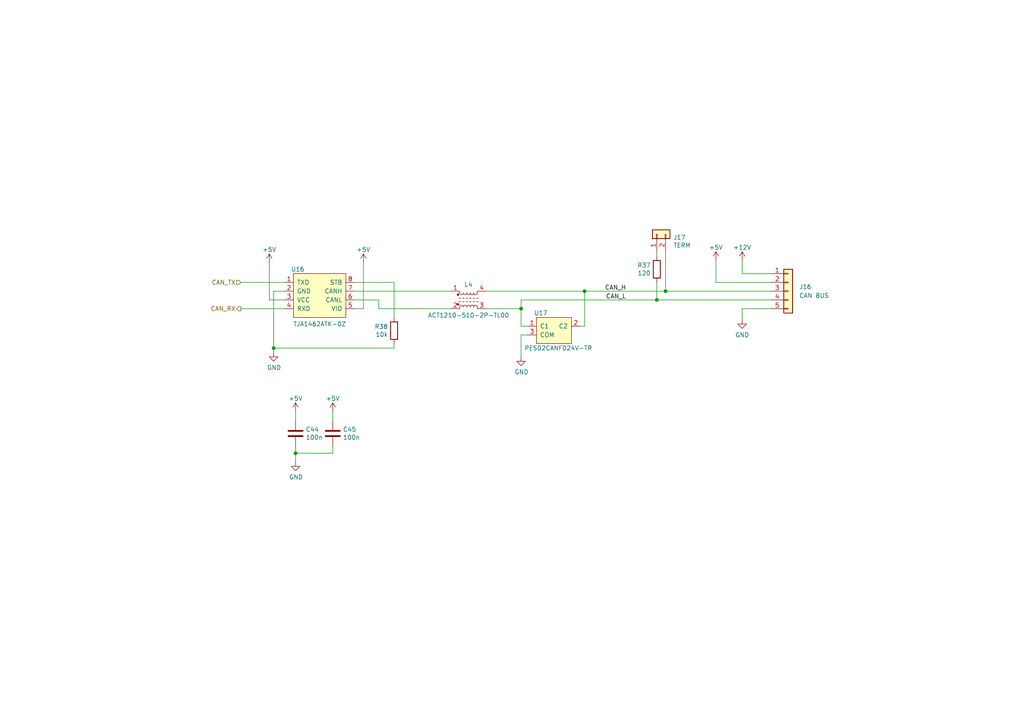
<source format=kicad_sch>
(kicad_sch (version 20230121) (generator eeschema)
  (paper "A4")
  (title_block (title "Tandem Leveller Controller") (date "2025-02-16") (rev "V1.0") (company "(C) andy@britishideas.com 2025") (comment 1 "For personal use only, no commercial use") (comment 2 "Provided as-is, no warranty express or implied. Use at your own risk"))
  (lib_symbols
    (symbol "Connector_Generic:Conn_01x02" (pin_names (offset 1.016) hide)
      (property "Reference" "J" (at 0 2.54 0))
      (property "Value" "Conn_01x02" (at 0 -5.08 0))
      (symbol "Conn_01x02_1_1"
        (rectangle (start -1.27 -2.413) (end 0 -2.667) (stroke (width 0.1524)))
        (rectangle (start -1.27 0.127) (end 0 -0.127) (stroke (width 0.1524)))
        (rectangle (start -1.27 1.27) (end 1.27 -3.81) (stroke (width 0.254)) (fill (type background)))
        (pin passive line (at -5.08 0 0) (length 3.81) (name "Pin_1") (number "1"))
        (pin passive line (at -5.08 -2.54 0) (length 3.81) (name "Pin_2") (number "2"))
      )
    )
    (symbol "Connector_Generic:Conn_01x05" (pin_names (offset 1.016) hide)
      (property "Reference" "J" (at 0 7.62 0))
      (property "Value" "Conn_01x05" (at 0 -7.62 0))
      (symbol "Conn_01x05_1_1"
        (rectangle (start -1.27 -4.953) (end 0 -5.207) (stroke (width 0.1524)))
        (rectangle (start -1.27 -2.413) (end 0 -2.667) (stroke (width 0.1524)))
        (rectangle (start -1.27 0.127) (end 0 -0.127) (stroke (width 0.1524)))
        (rectangle (start -1.27 2.667) (end 0 2.413) (stroke (width 0.1524)))
        (rectangle (start -1.27 5.207) (end 0 4.953) (stroke (width 0.1524)))
        (rectangle (start -1.27 6.35) (end 1.27 -6.35) (stroke (width 0.254)) (fill (type background)))
        (pin passive line (at -5.08 5.08 0) (length 3.81) (name "Pin_1") (number "1"))
        (pin passive line (at -5.08 2.54 0) (length 3.81) (name "Pin_2") (number "2"))
        (pin passive line (at -5.08 0 0) (length 3.81) (name "Pin_3") (number "3"))
        (pin passive line (at -5.08 -2.54 0) (length 3.81) (name "Pin_4") (number "4"))
        (pin passive line (at -5.08 -5.08 0) (length 3.81) (name "Pin_5") (number "5"))
      )
    )
    (symbol "Device:C" (pin_numbers hide) (pin_names (offset 0.254))
      (property "Reference" "C" (at 0.635 2.54 0))
      (property "Value" "C" (at 0.635 -2.54 0))
      (symbol "C_0_1"
        (polyline (pts (xy -2.032 -0.762) (xy 2.032 -0.762)) (stroke (width 0.508)))
        (polyline (pts (xy -2.032 0.762) (xy 2.032 0.762)) (stroke (width 0.508)))
      )
      (symbol "C_1_1"
        (pin passive line (at 0 3.81 270) (length 2.794) (name "~") (number "1"))
        (pin passive line (at 0 -3.81 90) (length 2.794) (name "~") (number "2"))
      )
    )
    (symbol "Device:L_Ferrite_Coupled_1423" (pin_names (offset 0.254) hide)
      (property "Reference" "L" (at 0 4.445 0))
      (property "Value" "L_Ferrite_Coupled_1423" (at 0 -4.445 0))
      (symbol "L_Ferrite_Coupled_1423_0_1"
        (circle (center -3.048 -1.27) (radius 0.254) (fill (type outline)))
        (circle (center -3.048 1.524) (radius 0.254) (fill (type outline)))
        (arc (start -2.54 2.032) (mid -2.032 1.5262) (end -1.524 2.032))
        (arc (start -1.524 -2.032) (mid -2.032 -1.5262) (end -2.54 -2.032))
        (arc (start -1.524 2.032) (mid -1.016 1.5262) (end -0.508 2.032))
        (arc (start -0.508 -2.032) (mid -1.016 -1.5262) (end -1.524 -2.032))
        (arc (start -0.508 2.032) (mid 0 1.5262) (end 0.508 2.032))
        (polyline (pts (xy -2.794 -0.508) (xy -2.286 -0.508)))
        (polyline (pts (xy -2.794 0.508) (xy -2.286 0.508)))
        (polyline (pts (xy -2.54 -2.032) (xy -2.54 -2.54)))
        (polyline (pts (xy -2.54 2.032) (xy -2.54 2.54)))
        (polyline (pts (xy -1.778 -0.508) (xy -1.27 -0.508)))
        (polyline (pts (xy -1.778 0.508) (xy -1.27 0.508)))
        (polyline (pts (xy -0.762 -0.508) (xy -0.254 -0.508)))
        (polyline (pts (xy -0.762 0.508) (xy -0.254 0.508)))
        (polyline (pts (xy 0.254 -0.508) (xy 0.762 -0.508)))
        (polyline (pts (xy 0.254 0.508) (xy 0.762 0.508)))
        (polyline (pts (xy 1.27 -0.508) (xy 1.778 -0.508)))
        (polyline (pts (xy 1.27 0.508) (xy 1.778 0.508)))
        (polyline (pts (xy 2.286 -0.508) (xy 2.794 -0.508)))
        (polyline (pts (xy 2.286 0.508) (xy 2.794 0.508)))
        (polyline (pts (xy 2.54 -2.032) (xy 2.54 -2.54)))
        (polyline (pts (xy 2.54 2.54) (xy 2.54 2.032)))
        (arc (start 0.508 -2.032) (mid 0 -1.5262) (end -0.508 -2.032))
        (arc (start 0.508 2.032) (mid 1.016 1.5262) (end 1.524 2.032))
        (arc (start 1.524 -2.032) (mid 1.016 -1.5262) (end 0.508 -2.032))
        (arc (start 1.524 2.032) (mid 2.032 1.5262) (end 2.54 2.032))
        (arc (start 2.54 -2.032) (mid 2.032 -1.5262) (end 1.524 -2.032))
      )
      (symbol "L_Ferrite_Coupled_1423_1_1"
        (pin passive line (at -5.08 2.54 0) (length 2.54) (name "1") (number "1"))
        (pin passive line (at -5.08 -2.54 0) (length 2.54) (name "2") (number "2"))
        (pin passive line (at 5.08 -2.54 180) (length 2.54) (name "3") (number "3"))
        (pin passive line (at 5.08 2.54 180) (length 2.54) (name "4") (number "4"))
      )
    )
    (symbol "Device:R" (pin_numbers hide) (pin_names (offset 0))
      (property "Reference" "R" (at 2.032 0 90))
      (property "Value" "R" (at 0 0 90))
      (symbol "R_0_1"
        (rectangle (start -1.016 -2.54) (end 1.016 2.54) (stroke (width 0.254)))
      )
      (symbol "R_1_1"
        (pin passive line (at 0 3.81 270) (length 1.27) (name "~") (number "1"))
        (pin passive line (at 0 -3.81 90) (length 1.27) (name "~") (number "2"))
      )
    )
    (symbol "EmSA:PESD2CANFD24V-T" (pin_names (offset 1.016))
      (property "Reference" "U" (at 1.27 -1.27 0))
      (property "Value" "PESD2CANFD24V-T" (at 5.08 8.89 0))
      (property "manf#" "PESD2CANFD24V-T" (at 0 0 0))
      (symbol "PESD2CANFD24V-T_0_1"
        (rectangle (start 0 0) (end 10.16 7.62) (fill (type background)))
      )
      (symbol "PESD2CANFD24V-T_1_1"
        (pin passive line (at -2.54 5.08 0) (length 2.54) (name "C1") (number "1"))
        (pin passive line (at 12.7 5.08 180) (length 2.54) (name "C2") (number "2"))
        (pin passive line (at -2.54 2.54 0) (length 2.54) (name "COM") (number "3"))
      )
    )
    (symbol "EmSA:TJA1462ATK" (pin_names (offset 1.016))
      (property "Reference" "U" (at 1.27 -1.27 0))
      (property "Value" "TJA1462ATK" (at 10.16 -1.27 0))
      (property "manf#" "TJA1462ATK" (at 0 0 0))
      (symbol "TJA1462ATK_0_1"
        (rectangle (start 0 0) (end 15.24 12.7) (fill (type background)))
      )
      (symbol "TJA1462ATK_1_1"
        (pin input line (at -2.54 10.16 0) (length 2.54) (name "TXD") (number "1"))
        (pin power_in line (at -2.54 7.62 0) (length 2.54) (name "GND") (number "2"))
        (pin power_in line (at -2.54 5.08 0) (length 2.54) (name "VCC") (number "3"))
        (pin output line (at -2.54 2.54 0) (length 2.54) (name "RXD") (number "4"))
        (pin power_in line (at 17.78 2.54 180) (length 2.54) (name "VIO") (number "5"))
        (pin bidirectional line (at 17.78 5.08 180) (length 2.54) (name "CANL") (number "6"))
        (pin bidirectional line (at 17.78 7.62 180) (length 2.54) (name "CANH") (number "7"))
        (pin input line (at 17.78 10.16 180) (length 2.54) (name "STB") (number "8"))
      )
    )
    (symbol "power:+12V" (power) (pin_names (offset 0))
      (property "Value" "+12V" (at 0 3.556 0))
      (symbol "+12V_0_1"
        (polyline (pts (xy -0.762 1.27) (xy 0 2.54)))
        (polyline (pts (xy 0 0) (xy 0 2.54)))
        (polyline (pts (xy 0 2.54) (xy 0.762 1.27)))
      )
      (symbol "+12V_1_1"
        (pin power_in line (at 0 0 90) (length 0) hide (name "+12V") (number "1"))
      )
    )
    (symbol "power:+5V" (power) (pin_names (offset 0))
      (property "Value" "+5V" (at 0 3.556 0))
      (symbol "+5V_0_1"
        (polyline (pts (xy -0.762 1.27) (xy 0 2.54)))
        (polyline (pts (xy 0 0) (xy 0 2.54)))
        (polyline (pts (xy 0 2.54) (xy 0.762 1.27)))
      )
      (symbol "+5V_1_1"
        (pin power_in line (at 0 0 90) (length 0) hide (name "+5V") (number "1"))
      )
    )
    (symbol "power:GND" (power) (pin_names (offset 0))
      (property "Value" "GND" (at 0 -3.81 0))
      (symbol "GND_0_1"
        (polyline (pts (xy 0 0) (xy 0 -1.27) (xy 1.27 -1.27) (xy 0 -2.54) (xy -1.27 -1.27) (xy 0 -1.27)))
      )
      (symbol "GND_1_1"
        (pin power_in line (at 0 0 270) (length 0) hide (name "GND") (number "1"))
      )
    )
  )
  (junction (at 151.13 89.535))
  (junction (at 79.375 100.965))
  (junction (at 169.545 84.455))
  (junction (at 190.5 86.995))
  (junction (at 85.725 131.445))
  (junction (at 193.04 84.455))
  (wire (pts (xy 215.265 75.565) (xy 215.265 79.375)))
  (wire (pts (xy 223.52 89.535) (xy 215.265 89.535)))
  (wire (pts (xy 114.3 99.695) (xy 114.3 100.965)))
  (wire (pts (xy 69.85 89.535) (xy 82.55 89.535)))
  (wire (pts (xy 207.645 75.565) (xy 207.645 81.915)))
  (wire (pts (xy 169.545 94.615) (xy 169.545 84.455)))
  (wire (pts (xy 207.645 81.915) (xy 223.52 81.915)))
  (wire (pts (xy 151.13 86.995) (xy 190.5 86.995)))
  (wire (pts (xy 105.41 76.2) (xy 105.41 89.535)))
  (wire (pts (xy 193.04 84.455) (xy 193.04 73.025)))
  (wire (pts (xy 109.855 89.535) (xy 130.81 89.535)))
  (wire (pts (xy 85.725 131.445) (xy 85.725 133.985)))
  (wire (pts (xy 78.105 76.2) (xy 78.105 86.995)))
  (wire (pts (xy 169.545 84.455) (xy 193.04 84.455)))
  (wire (pts (xy 102.87 81.915) (xy 114.3 81.915)))
  (wire (pts (xy 102.87 84.455) (xy 130.81 84.455)))
  (wire (pts (xy 109.855 86.995) (xy 109.855 89.535)))
  (wire (pts (xy 190.5 86.995) (xy 190.5 81.915)))
  (wire (pts (xy 69.85 81.915) (xy 82.55 81.915)))
  (wire (pts (xy 79.375 102.235) (xy 79.375 100.965)))
  (wire (pts (xy 153.035 94.615) (xy 151.13 94.615)))
  (wire (pts (xy 114.3 92.075) (xy 114.3 81.915)))
  (wire (pts (xy 105.41 89.535) (xy 102.87 89.535)))
  (wire (pts (xy 151.13 86.995) (xy 151.13 89.535)))
  (wire (pts (xy 140.97 84.455) (xy 169.545 84.455)))
  (wire (pts (xy 102.87 86.995) (xy 109.855 86.995)))
  (wire (pts (xy 96.52 129.54) (xy 96.52 131.445)))
  (wire (pts (xy 190.5 86.995) (xy 223.52 86.995)))
  (wire (pts (xy 168.275 94.615) (xy 169.545 94.615)))
  (wire (pts (xy 193.04 84.455) (xy 223.52 84.455)))
  (wire (pts (xy 151.13 94.615) (xy 151.13 89.535)))
  (wire (pts (xy 79.375 100.965) (xy 114.3 100.965)))
  (wire (pts (xy 140.97 89.535) (xy 151.13 89.535)))
  (wire (pts (xy 151.13 97.155) (xy 153.035 97.155)))
  (wire (pts (xy 96.52 131.445) (xy 85.725 131.445)))
  (wire (pts (xy 215.265 89.535) (xy 215.265 92.71)))
  (wire (pts (xy 190.5 74.295) (xy 190.5 73.025)))
  (wire (pts (xy 78.105 86.995) (xy 82.55 86.995)))
  (wire (pts (xy 85.725 119.38) (xy 85.725 121.92)))
  (wire (pts (xy 79.375 100.965) (xy 79.375 84.455)))
  (wire (pts (xy 79.375 84.455) (xy 82.55 84.455)))
  (wire (pts (xy 96.52 119.38) (xy 96.52 121.92)))
  (wire (pts (xy 151.13 103.505) (xy 151.13 97.155)))
  (wire (pts (xy 215.265 79.375) (xy 223.52 79.375)))
  (wire (pts (xy 85.725 129.54) (xy 85.725 131.445)))
  (label "CAN_H" (at 181.61 84.455 180))
  (label "CAN_L" (at 181.61 86.995 180))
  (hierarchical_label "CAN_RX" (shape output) (at 69.85 89.535 180))
  (hierarchical_label "CAN_TX" (shape input) (at 69.85 81.915 180))
  (symbol (lib_id "Connector_Generic:Conn_01x05") (at 228.6 84.455 0) (unit 1)
    (property "Reference" "J16" (at 231.775 83.185 0) (effects (justify left)))
    (property "Value" "CAN BUS" (at 231.775 85.725 0) (effects (justify left)))
  )
  (symbol (lib_id "power:GND") (at 215.265 92.71 0) (unit 1)
    (property "Reference" "#PWR076" (effects hide))
    (property "Value" "GND" (at 215.265 97.155 0))
  )
  (symbol (lib_id "Device:C") (at 85.725 125.73 0) (unit 1)
    (property "Reference" "C44" (at 88.646 124.5616 0) (effects (justify left)))
    (property "Value" "100n" (at 88.646 126.873 0) (effects (justify left)))
  )
  (symbol (lib_id "power:+5V") (at 96.52 119.38 0) (unit 1)
    (property "Reference" "#PWR081" (effects hide))
    (property "Value" "+5V" (at 96.52 115.57 0))
  )
  (symbol (lib_id "power:+5V") (at 85.725 119.38 0) (unit 1)
    (property "Reference" "#PWR079" (effects hide))
    (property "Value" "+5V" (at 85.725 115.57 0))
  )
  (symbol (lib_id "Device:R") (at 190.5 78.105 0) (mirror x) (unit 1)
    (property "Reference" "R37" (at 188.7474 76.9366 0) (effects (justify right)))
    (property "Value" "120" (at 188.7474 79.248 0) (effects (justify right)))
  )
  (symbol (lib_id "Device:L_Ferrite_Coupled_1423") (at 135.89 86.995 0) (unit 1)
    (property "Reference" "L4" (at 135.89 82.55 0))
    (property "Value" "ACT1210-510-2P-TL00" (at 135.89 91.44 0))
    (property "Footprint" "EmSA:ACT1210-510-2P-TL00" (effects hide))
    (property "manf#" "ACT1210-510-2P-TL00" (effects hide))
  )
  (symbol (lib_id "power:GND") (at 79.375 102.235 0) (unit 1)
    (property "Reference" "#PWR078" (effects hide))
    (property "Value" "GND" (at 79.502 106.6292 0))
  )
  (symbol (lib_id "power:+5V") (at 207.645 75.565 0) (unit 1)
    (property "Reference" "#PWR074" (effects hide))
    (property "Value" "+5V" (at 207.645 71.755 0))
  )
  (symbol (lib_id "Connector_Generic:Conn_01x02") (at 190.5 67.945 90) (unit 1)
    (property "Reference" "J17" (at 195.2752 68.8594 90) (effects (justify right)))
    (property "Value" "TERM" (at 195.2752 71.1708 90) (effects (justify right)))
    (property "Footprint" "Connector_PinHeader_2.54mm:PinHeader_1x02_P2.54mm_Vertical" (effects hide))
  )
  (symbol (lib_id "power:+5V") (at 105.41 76.2 0) (unit 1)
    (property "Reference" "#PWR082" (effects hide))
    (property "Value" "+5V" (at 105.41 72.39 0))
  )
  (symbol (lib_id "Device:C") (at 96.52 125.73 0) (unit 1)
    (property "Reference" "C45" (at 99.441 124.5616 0) (effects (justify left)))
    (property "Value" "100n" (at 99.441 126.873 0) (effects (justify left)))
  )
  (symbol (lib_id "power:GND") (at 151.13 103.505 0) (unit 1)
    (property "Reference" "#PWR083" (effects hide))
    (property "Value" "GND" (at 151.257 107.8992 0))
  )
  (symbol (lib_id "EmSA:TJA1462ATK") (at 85.09 92.075 0) (unit 1)
    (property "Reference" "U16" (at 86.36 78.105 0))
    (property "Value" "TJA1462ATK-0Z" (at 92.71 93.98 0))
    (property "Footprint" "EmSA:HVSON8_0_65mm" (effects hide))
    (property "manf#" "TJA1462ATK/0Z" (effects hide))
  )
  (symbol (lib_id "Device:R") (at 114.3 95.885 0) (mirror x) (unit 1)
    (property "Reference" "R38" (at 112.5474 94.7166 0) (effects (justify right)))
    (property "Value" "10k" (at 112.5474 97.028 0) (effects (justify right)))
  )
  (symbol (lib_id "power:+5V") (at 78.105 76.2 0) (unit 1)
    (property "Reference" "#PWR077" (effects hide))
    (property "Value" "+5V" (at 78.105 72.39 0))
  )
  (symbol (lib_id "power:GND") (at 85.725 133.985 0) (unit 1)
    (property "Reference" "#PWR080" (effects hide))
    (property "Value" "GND" (at 85.852 138.3792 0))
  )
  (symbol (lib_id "EmSA:PESD2CANFD24V-T") (at 155.575 99.695 0) (unit 1)
    (property "Reference" "U17" (at 156.845 90.805 0))
    (property "Value" "PESD2CANFD24V-TR" (at 161.925 100.965 0))
    (property "Footprint" "Package_TO_SOT_SMD:SOT-23" (effects hide))
    (property "manf#" "PESD2CANFD24V-TR" (effects hide))
  )
  (symbol (lib_id "power:+12V") (at 215.265 75.565 0) (unit 1)
    (property "Reference" "#PWR075" (effects hide))
    (property "Value" "+12V" (at 215.265 71.755 0))
  )
)
</source>
